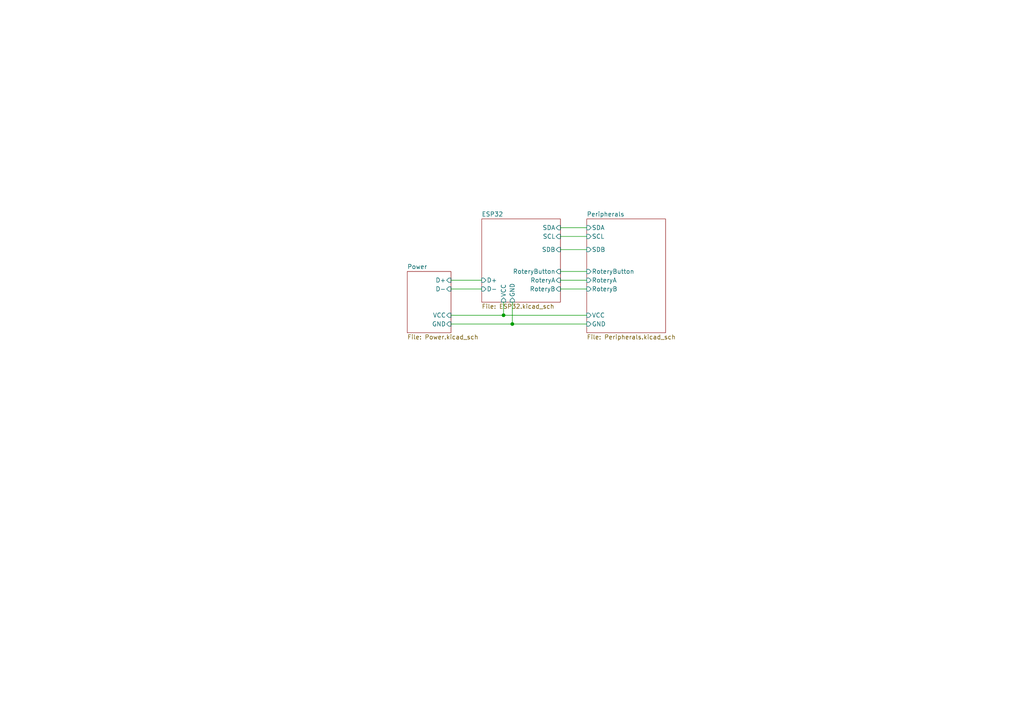
<source format=kicad_sch>
(kicad_sch (version 20210126) (generator eeschema)
  (paper "A4")
  (lib_symbols)
  (junction (at 146.05 91.44) (diameter 0.9144))
  (junction (at 148.59 93.98) (diameter 0.9144))
  (wire (pts (xy 130.81 81.28) (xy 139.7 81.28)))
  (wire (pts (xy 130.81 83.82) (xy 139.7 83.82)))
  (wire (pts (xy 130.81 91.44) (xy 146.05 91.44)))
  (wire (pts (xy 130.81 93.98) (xy 148.59 93.98)))
  (wire (pts (xy 146.05 87.63) (xy 146.05 91.44)))
  (wire (pts (xy 146.05 91.44) (xy 170.18 91.44)))
  (wire (pts (xy 148.59 87.63) (xy 148.59 93.98)))
  (wire (pts (xy 148.59 93.98) (xy 170.18 93.98)))
  (wire (pts (xy 162.56 66.04) (xy 170.18 66.04)))
  (wire (pts (xy 162.56 68.58) (xy 170.18 68.58)))
  (wire (pts (xy 162.56 72.39) (xy 170.18 72.39)))
  (wire (pts (xy 162.56 78.74) (xy 170.18 78.74)))
  (wire (pts (xy 162.56 81.28) (xy 170.18 81.28)))
  (wire (pts (xy 162.56 83.82) (xy 170.18 83.82)))
  (sheet (at 139.7 63.5) (size 22.86 24.13) (stroke (width 0.001))
    (property "Sheet name" "ESP32" (at 139.7 62.8641 0) (effects (justify left bottom)))
    (property "Sheet file" "ESP32.kicad_sch" (at 139.7 88.1389 0) (effects (justify left top)))
    (pin "GND" input (at 148.59 87.63 270))
    (pin "VCC" input (at 146.05 87.63 270))
    (pin "D+" input (at 139.7 81.28 180))
    (pin "D-" input (at 139.7 83.82 180))
    (pin "SCL" input (at 162.56 68.58 0))
    (pin "SDA" input (at 162.56 66.04 0))
    (pin "SDB" input (at 162.56 72.39 0))
    (pin "RoteryButton" input (at 162.56 78.74 0))
    (pin "RoteryB" input (at 162.56 83.82 0))
    (pin "RoteryA" input (at 162.56 81.28 0))
  )
  (sheet (at 170.18 63.5) (size 22.86 33.02) (stroke (width 0.001))
    (property "Sheet name" "Peripherals" (at 170.18 62.8641 0) (effects (justify left bottom)))
    (property "Sheet file" "Peripherals.kicad_sch" (at 170.18 97.0289 0) (effects (justify left top)))
    (pin "SDA" input (at 170.18 66.04 180))
    (pin "SDB" input (at 170.18 72.39 180))
    (pin "SCL" input (at 170.18 68.58 180))
    (pin "RoteryB" input (at 170.18 83.82 180))
    (pin "RoteryA" input (at 170.18 81.28 180))
    (pin "RoteryButton" input (at 170.18 78.74 180))
    (pin "VCC" input (at 170.18 91.44 180))
    (pin "GND" input (at 170.18 93.98 180))
  )
  (sheet (at 118.11 78.74) (size 12.7 17.78) (stroke (width 0.001))
    (property "Sheet name" "Power" (at 118.11 78.1041 0) (effects (justify left bottom)))
    (property "Sheet file" "Power.kicad_sch" (at 118.11 97.0289 0) (effects (justify left top)))
    (pin "VCC" input (at 130.81 91.44 0))
    (pin "GND" input (at 130.81 93.98 0))
    (pin "D-" input (at 130.81 83.82 0))
    (pin "D+" input (at 130.81 81.28 0))
  )
)
</source>
